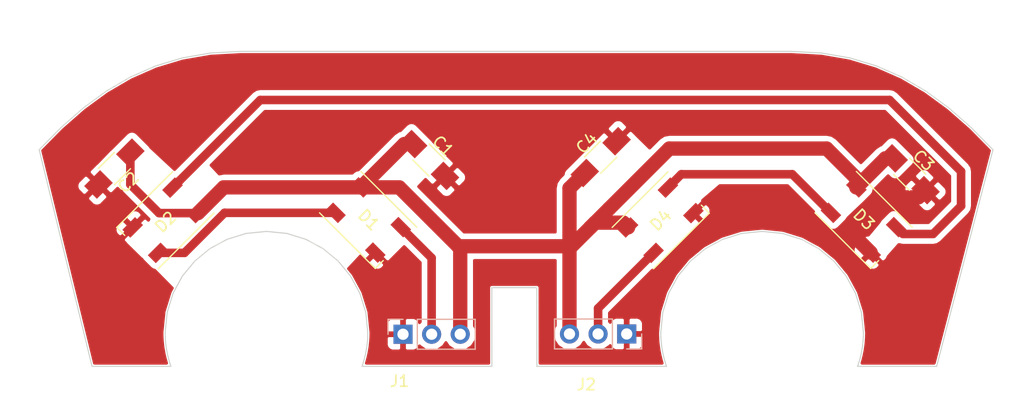
<source format=kicad_pcb>
(kicad_pcb (version 4) (host pcbnew 4.0.7)

  (general
    (links 23)
    (no_connects 0)
    (area 34.544 23.368 125.476001 60.198001)
    (thickness 1.6)
    (drawings 91)
    (tracks 51)
    (zones 0)
    (modules 10)
    (nets 8)
  )

  (page A4)
  (layers
    (0 F.Cu signal)
    (31 B.Cu signal hide)
    (32 B.Adhes user hide)
    (33 F.Adhes user hide)
    (34 B.Paste user hide)
    (35 F.Paste user hide)
    (36 B.SilkS user hide)
    (37 F.SilkS user hide)
    (38 B.Mask user hide)
    (39 F.Mask user hide)
    (40 Dwgs.User user hide)
    (41 Cmts.User user hide)
    (42 Eco1.User user hide)
    (43 Eco2.User user hide)
    (44 Edge.Cuts user)
    (45 Margin user)
    (46 B.CrtYd user hide)
    (47 F.CrtYd user hide)
    (48 B.Fab user hide)
    (49 F.Fab user hide)
  )

  (setup
    (last_trace_width 0.25)
    (user_trace_width 0.254)
    (user_trace_width 0.508)
    (user_trace_width 0.762)
    (user_trace_width 1.27)
    (user_trace_width 2.032)
    (user_trace_width 2.54)
    (user_trace_width 3.81)
    (user_trace_width 5.08)
    (trace_clearance 0.5)
    (zone_clearance 0.1)
    (zone_45_only no)
    (trace_min 0.25)
    (segment_width 0.2)
    (edge_width 0.15)
    (via_size 0.6)
    (via_drill 0.4)
    (via_min_size 0.4)
    (via_min_drill 0.3)
    (uvia_size 0.3)
    (uvia_drill 0.1)
    (uvias_allowed no)
    (uvia_min_size 0.2)
    (uvia_min_drill 0.1)
    (pcb_text_width 0.3)
    (pcb_text_size 1.5 1.5)
    (mod_edge_width 0.15)
    (mod_text_size 1 1)
    (mod_text_width 0.15)
    (pad_size 1.524 1.524)
    (pad_drill 0.762)
    (pad_to_mask_clearance 0.2)
    (aux_axis_origin 0 0)
    (visible_elements 7FFFFFFF)
    (pcbplotparams
      (layerselection 0x00000_00000001)
      (usegerberextensions false)
      (excludeedgelayer false)
      (linewidth 0.100000)
      (plotframeref false)
      (viasonmask false)
      (mode 1)
      (useauxorigin false)
      (hpglpennumber 1)
      (hpglpenspeed 20)
      (hpglpendiameter 15)
      (hpglpenoverlay 2)
      (psnegative false)
      (psa4output false)
      (plotreference false)
      (plotvalue false)
      (plotinvisibletext false)
      (padsonsilk false)
      (subtractmaskfromsilk false)
      (outputformat 5)
      (mirror false)
      (drillshape 1)
      (scaleselection 1)
      (outputdirectory ./))
  )

  (net 0 "")
  (net 1 VDD)
  (net 2 GND)
  (net 3 "Net-(D1-Pad4)")
  (net 4 "Net-(D1-Pad2)")
  (net 5 "Net-(D2-Pad2)")
  (net 6 "Net-(D3-Pad2)")
  (net 7 "Net-(D4-Pad2)")

  (net_class Default "This is the default net class."
    (clearance 0.5)
    (trace_width 0.25)
    (via_dia 0.6)
    (via_drill 0.4)
    (uvia_dia 0.3)
    (uvia_drill 0.1)
    (add_net GND)
    (add_net "Net-(D1-Pad2)")
    (add_net "Net-(D1-Pad4)")
    (add_net "Net-(D2-Pad2)")
    (add_net "Net-(D3-Pad2)")
    (add_net "Net-(D4-Pad2)")
    (add_net VDD)
  )

  (module LEDs:LED_WS2812B-PLCC4 (layer F.Cu) (tedit 587A6D9E) (tstamp 5B1D3ED2)
    (at 93.218 42.9514 45)
    (descr http://www.world-semi.com/uploads/soft/150522/1-150522091P5.pdf)
    (tags "LED NeoPixel")
    (path /5B1C1601)
    (attr smd)
    (fp_text reference D4 (at 0 0 45) (layer F.SilkS)
      (effects (font (size 1 1) (thickness 0.15)))
    )
    (fp_text value WS2812B (at -0.664539 6.268219 45) (layer F.Fab)
      (effects (font (size 1 1) (thickness 0.15)))
    )
    (fp_line (start 3.75 -2.85) (end -3.75 -2.85) (layer F.CrtYd) (width 0.05))
    (fp_line (start 3.75 2.85) (end 3.75 -2.85) (layer F.CrtYd) (width 0.05))
    (fp_line (start -3.75 2.85) (end 3.75 2.85) (layer F.CrtYd) (width 0.05))
    (fp_line (start -3.75 -2.85) (end -3.75 2.85) (layer F.CrtYd) (width 0.05))
    (fp_line (start 2.5 1.5) (end 1.5 2.5) (layer F.Fab) (width 0.1))
    (fp_line (start -2.5 -2.5) (end -2.5 2.5) (layer F.Fab) (width 0.1))
    (fp_line (start -2.5 2.5) (end 2.5 2.5) (layer F.Fab) (width 0.1))
    (fp_line (start 2.5 2.5) (end 2.5 -2.5) (layer F.Fab) (width 0.1))
    (fp_line (start 2.5 -2.5) (end -2.5 -2.5) (layer F.Fab) (width 0.1))
    (fp_line (start -3.5 -2.6) (end 3.5 -2.6) (layer F.SilkS) (width 0.12))
    (fp_line (start -3.5 2.6) (end 3.5 2.6) (layer F.SilkS) (width 0.12))
    (fp_line (start 3.5 2.6) (end 3.5 1.6) (layer F.SilkS) (width 0.12))
    (fp_circle (center 0 0) (end 0 -2) (layer F.Fab) (width 0.1))
    (pad 3 smd rect (at 2.5 1.6 45) (size 1.6 1) (layers F.Cu F.Paste F.Mask)
      (net 2 GND))
    (pad 4 smd rect (at 2.5 -1.6 45) (size 1.6 1) (layers F.Cu F.Paste F.Mask)
      (net 6 "Net-(D3-Pad2)"))
    (pad 2 smd rect (at -2.5 1.6 45) (size 1.6 1) (layers F.Cu F.Paste F.Mask)
      (net 7 "Net-(D4-Pad2)"))
    (pad 1 smd rect (at -2.5 -1.6 45) (size 1.6 1) (layers F.Cu F.Paste F.Mask)
      (net 1 VDD))
    (model ${KISYS3DMOD}/LEDs.3dshapes/LED_WS2812B-PLCC4.wrl
      (at (xyz 0 0 0))
      (scale (xyz 0.39 0.39 0.39))
      (rotate (xyz 0 0 180))
    )
  )

  (module Capacitors_SMD:C_1206_HandSoldering (layer F.Cu) (tedit 58AA84D1) (tstamp 5B1D3EA0)
    (at 72.644 37.592 315)
    (descr "Capacitor SMD 1206, hand soldering")
    (tags "capacitor 1206")
    (path /5B1C1C20)
    (attr smd)
    (fp_text reference C1 (at 0 -1.75 315) (layer F.SilkS)
      (effects (font (size 1 1) (thickness 0.15)))
    )
    (fp_text value 0.1 (at 0 2 315) (layer F.Fab)
      (effects (font (size 1 1) (thickness 0.15)))
    )
    (fp_text user %R (at 0 -1.75 315) (layer F.Fab)
      (effects (font (size 1 1) (thickness 0.15)))
    )
    (fp_line (start -1.6 0.8) (end -1.6 -0.8) (layer F.Fab) (width 0.1))
    (fp_line (start 1.6 0.8) (end -1.6 0.8) (layer F.Fab) (width 0.1))
    (fp_line (start 1.6 -0.8) (end 1.6 0.8) (layer F.Fab) (width 0.1))
    (fp_line (start -1.6 -0.8) (end 1.6 -0.8) (layer F.Fab) (width 0.1))
    (fp_line (start 1 -1.02) (end -1 -1.02) (layer F.SilkS) (width 0.12))
    (fp_line (start -1 1.02) (end 1 1.02) (layer F.SilkS) (width 0.12))
    (fp_line (start -3.25 -1.05) (end 3.25 -1.05) (layer F.CrtYd) (width 0.05))
    (fp_line (start -3.25 -1.05) (end -3.25 1.05) (layer F.CrtYd) (width 0.05))
    (fp_line (start 3.25 1.05) (end 3.25 -1.05) (layer F.CrtYd) (width 0.05))
    (fp_line (start 3.25 1.05) (end -3.25 1.05) (layer F.CrtYd) (width 0.05))
    (pad 1 smd rect (at -2 0 315) (size 2 1.6) (layers F.Cu F.Paste F.Mask)
      (net 1 VDD))
    (pad 2 smd rect (at 2 0 315) (size 2 1.6) (layers F.Cu F.Paste F.Mask)
      (net 2 GND))
    (model Capacitors_SMD.3dshapes/C_1206.wrl
      (at (xyz 0 0 0))
      (scale (xyz 1 1 1))
      (rotate (xyz 0 0 0))
    )
  )

  (module Capacitors_SMD:C_1206_HandSoldering (layer F.Cu) (tedit 58AA84D1) (tstamp 5B1D3EA6)
    (at 44.704 38.354 225)
    (descr "Capacitor SMD 1206, hand soldering")
    (tags "capacitor 1206")
    (path /5B1D1501)
    (attr smd)
    (fp_text reference C2 (at 0 -1.75 225) (layer F.SilkS)
      (effects (font (size 1 1) (thickness 0.15)))
    )
    (fp_text value 0.1 (at 0 2 225) (layer F.Fab)
      (effects (font (size 1 1) (thickness 0.15)))
    )
    (fp_text user %R (at 0 -1.75 225) (layer F.Fab)
      (effects (font (size 1 1) (thickness 0.15)))
    )
    (fp_line (start -1.6 0.8) (end -1.6 -0.8) (layer F.Fab) (width 0.1))
    (fp_line (start 1.6 0.8) (end -1.6 0.8) (layer F.Fab) (width 0.1))
    (fp_line (start 1.6 -0.8) (end 1.6 0.8) (layer F.Fab) (width 0.1))
    (fp_line (start -1.6 -0.8) (end 1.6 -0.8) (layer F.Fab) (width 0.1))
    (fp_line (start 1 -1.02) (end -1 -1.02) (layer F.SilkS) (width 0.12))
    (fp_line (start -1 1.02) (end 1 1.02) (layer F.SilkS) (width 0.12))
    (fp_line (start -3.25 -1.05) (end 3.25 -1.05) (layer F.CrtYd) (width 0.05))
    (fp_line (start -3.25 -1.05) (end -3.25 1.05) (layer F.CrtYd) (width 0.05))
    (fp_line (start 3.25 1.05) (end 3.25 -1.05) (layer F.CrtYd) (width 0.05))
    (fp_line (start 3.25 1.05) (end -3.25 1.05) (layer F.CrtYd) (width 0.05))
    (pad 1 smd rect (at -2 0 225) (size 2 1.6) (layers F.Cu F.Paste F.Mask)
      (net 1 VDD))
    (pad 2 smd rect (at 2 0 225) (size 2 1.6) (layers F.Cu F.Paste F.Mask)
      (net 2 GND))
    (model Capacitors_SMD.3dshapes/C_1206.wrl
      (at (xyz 0 0 0))
      (scale (xyz 1 1 1))
      (rotate (xyz 0 0 0))
    )
  )

  (module Capacitors_SMD:C_1206_HandSoldering (layer F.Cu) (tedit 58AA84D1) (tstamp 5B1D3EAC)
    (at 115.316 38.862 315)
    (descr "Capacitor SMD 1206, hand soldering")
    (tags "capacitor 1206")
    (path /5B1D1564)
    (attr smd)
    (fp_text reference C3 (at 0 -1.75 315) (layer F.SilkS)
      (effects (font (size 1 1) (thickness 0.15)))
    )
    (fp_text value 0.1 (at 0 2 315) (layer F.Fab)
      (effects (font (size 1 1) (thickness 0.15)))
    )
    (fp_text user %R (at 0 -1.75 315) (layer F.Fab)
      (effects (font (size 1 1) (thickness 0.15)))
    )
    (fp_line (start -1.6 0.8) (end -1.6 -0.8) (layer F.Fab) (width 0.1))
    (fp_line (start 1.6 0.8) (end -1.6 0.8) (layer F.Fab) (width 0.1))
    (fp_line (start 1.6 -0.8) (end 1.6 0.8) (layer F.Fab) (width 0.1))
    (fp_line (start -1.6 -0.8) (end 1.6 -0.8) (layer F.Fab) (width 0.1))
    (fp_line (start 1 -1.02) (end -1 -1.02) (layer F.SilkS) (width 0.12))
    (fp_line (start -1 1.02) (end 1 1.02) (layer F.SilkS) (width 0.12))
    (fp_line (start -3.25 -1.05) (end 3.25 -1.05) (layer F.CrtYd) (width 0.05))
    (fp_line (start -3.25 -1.05) (end -3.25 1.05) (layer F.CrtYd) (width 0.05))
    (fp_line (start 3.25 1.05) (end 3.25 -1.05) (layer F.CrtYd) (width 0.05))
    (fp_line (start 3.25 1.05) (end -3.25 1.05) (layer F.CrtYd) (width 0.05))
    (pad 1 smd rect (at -2 0 315) (size 2 1.6) (layers F.Cu F.Paste F.Mask)
      (net 1 VDD))
    (pad 2 smd rect (at 2 0 315) (size 2 1.6) (layers F.Cu F.Paste F.Mask)
      (net 2 GND))
    (model Capacitors_SMD.3dshapes/C_1206.wrl
      (at (xyz 0 0 0))
      (scale (xyz 1 1 1))
      (rotate (xyz 0 0 0))
    )
  )

  (module Capacitors_SMD:C_1206_HandSoldering (layer F.Cu) (tedit 58AA84D1) (tstamp 5B1D3EB2)
    (at 87.884 37.338 45)
    (descr "Capacitor SMD 1206, hand soldering")
    (tags "capacitor 1206")
    (path /5B1D15B3)
    (attr smd)
    (fp_text reference C4 (at 0 -1.75 45) (layer F.SilkS)
      (effects (font (size 1 1) (thickness 0.15)))
    )
    (fp_text value 0.1 (at 0 2 45) (layer F.Fab)
      (effects (font (size 1 1) (thickness 0.15)))
    )
    (fp_text user %R (at 0 -1.75 45) (layer F.Fab)
      (effects (font (size 1 1) (thickness 0.15)))
    )
    (fp_line (start -1.6 0.8) (end -1.6 -0.8) (layer F.Fab) (width 0.1))
    (fp_line (start 1.6 0.8) (end -1.6 0.8) (layer F.Fab) (width 0.1))
    (fp_line (start 1.6 -0.8) (end 1.6 0.8) (layer F.Fab) (width 0.1))
    (fp_line (start -1.6 -0.8) (end 1.6 -0.8) (layer F.Fab) (width 0.1))
    (fp_line (start 1 -1.02) (end -1 -1.02) (layer F.SilkS) (width 0.12))
    (fp_line (start -1 1.02) (end 1 1.02) (layer F.SilkS) (width 0.12))
    (fp_line (start -3.25 -1.05) (end 3.25 -1.05) (layer F.CrtYd) (width 0.05))
    (fp_line (start -3.25 -1.05) (end -3.25 1.05) (layer F.CrtYd) (width 0.05))
    (fp_line (start 3.25 1.05) (end 3.25 -1.05) (layer F.CrtYd) (width 0.05))
    (fp_line (start 3.25 1.05) (end -3.25 1.05) (layer F.CrtYd) (width 0.05))
    (pad 1 smd rect (at -2 0 45) (size 2 1.6) (layers F.Cu F.Paste F.Mask)
      (net 1 VDD))
    (pad 2 smd rect (at 2 0 45) (size 2 1.6) (layers F.Cu F.Paste F.Mask)
      (net 2 GND))
    (model Capacitors_SMD.3dshapes/C_1206.wrl
      (at (xyz 0 0 0))
      (scale (xyz 1 1 1))
      (rotate (xyz 0 0 0))
    )
  )

  (module LEDs:LED_WS2812B-PLCC4 (layer F.Cu) (tedit 587A6D9E) (tstamp 5B1D3EBA)
    (at 67.2338 42.926 315)
    (descr http://www.world-semi.com/uploads/soft/150522/1-150522091P5.pdf)
    (tags "LED NeoPixel")
    (path /5B1C153C)
    (attr smd)
    (fp_text reference D1 (at 0.035921 -0.035921 315) (layer F.SilkS)
      (effects (font (size 1 1) (thickness 0.15)))
    )
    (fp_text value WS2812B (at 0.646578 6.250258 315) (layer F.Fab)
      (effects (font (size 1 1) (thickness 0.15)))
    )
    (fp_line (start 3.75 -2.85) (end -3.75 -2.85) (layer F.CrtYd) (width 0.05))
    (fp_line (start 3.75 2.85) (end 3.75 -2.85) (layer F.CrtYd) (width 0.05))
    (fp_line (start -3.75 2.85) (end 3.75 2.85) (layer F.CrtYd) (width 0.05))
    (fp_line (start -3.75 -2.85) (end -3.75 2.85) (layer F.CrtYd) (width 0.05))
    (fp_line (start 2.5 1.5) (end 1.5 2.5) (layer F.Fab) (width 0.1))
    (fp_line (start -2.5 -2.5) (end -2.5 2.5) (layer F.Fab) (width 0.1))
    (fp_line (start -2.5 2.5) (end 2.5 2.5) (layer F.Fab) (width 0.1))
    (fp_line (start 2.5 2.5) (end 2.5 -2.5) (layer F.Fab) (width 0.1))
    (fp_line (start 2.5 -2.5) (end -2.5 -2.5) (layer F.Fab) (width 0.1))
    (fp_line (start -3.5 -2.6) (end 3.5 -2.6) (layer F.SilkS) (width 0.12))
    (fp_line (start -3.5 2.6) (end 3.5 2.6) (layer F.SilkS) (width 0.12))
    (fp_line (start 3.5 2.6) (end 3.5 1.6) (layer F.SilkS) (width 0.12))
    (fp_circle (center 0 0) (end 0 -2) (layer F.Fab) (width 0.1))
    (pad 3 smd rect (at 2.5 1.6 315) (size 1.6 1) (layers F.Cu F.Paste F.Mask)
      (net 2 GND))
    (pad 4 smd rect (at 2.5 -1.6 315) (size 1.6 1) (layers F.Cu F.Paste F.Mask)
      (net 3 "Net-(D1-Pad4)"))
    (pad 2 smd rect (at -2.5 1.6 315) (size 1.6 1) (layers F.Cu F.Paste F.Mask)
      (net 4 "Net-(D1-Pad2)"))
    (pad 1 smd rect (at -2.5 -1.6 315) (size 1.6 1) (layers F.Cu F.Paste F.Mask)
      (net 1 VDD))
    (model ${KISYS3DMOD}/LEDs.3dshapes/LED_WS2812B-PLCC4.wrl
      (at (xyz 0 0 0))
      (scale (xyz 0.39 0.39 0.39))
      (rotate (xyz 0 0 180))
    )
  )

  (module LEDs:LED_WS2812B-PLCC4 (layer F.Cu) (tedit 587A6D9E) (tstamp 5B1D3EC2)
    (at 49.2252 42.9514 225)
    (descr http://www.world-semi.com/uploads/soft/150522/1-150522091P5.pdf)
    (tags "LED NeoPixel")
    (path /5B1C158A)
    (attr smd)
    (fp_text reference D2 (at 0.089803 -0.125724 225) (layer F.SilkS)
      (effects (font (size 1 1) (thickness 0.15)))
    )
    (fp_text value WS2812B (at 0.682499 -6.358021 225) (layer F.Fab)
      (effects (font (size 1 1) (thickness 0.15)))
    )
    (fp_line (start 3.75 -2.85) (end -3.75 -2.85) (layer F.CrtYd) (width 0.05))
    (fp_line (start 3.75 2.85) (end 3.75 -2.85) (layer F.CrtYd) (width 0.05))
    (fp_line (start -3.75 2.85) (end 3.75 2.85) (layer F.CrtYd) (width 0.05))
    (fp_line (start -3.75 -2.85) (end -3.75 2.85) (layer F.CrtYd) (width 0.05))
    (fp_line (start 2.5 1.5) (end 1.5 2.5) (layer F.Fab) (width 0.1))
    (fp_line (start -2.5 -2.5) (end -2.5 2.5) (layer F.Fab) (width 0.1))
    (fp_line (start -2.5 2.5) (end 2.5 2.5) (layer F.Fab) (width 0.1))
    (fp_line (start 2.5 2.5) (end 2.5 -2.5) (layer F.Fab) (width 0.1))
    (fp_line (start 2.5 -2.5) (end -2.5 -2.5) (layer F.Fab) (width 0.1))
    (fp_line (start -3.5 -2.6) (end 3.5 -2.6) (layer F.SilkS) (width 0.12))
    (fp_line (start -3.5 2.6) (end 3.5 2.6) (layer F.SilkS) (width 0.12))
    (fp_line (start 3.5 2.6) (end 3.5 1.6) (layer F.SilkS) (width 0.12))
    (fp_circle (center 0 0) (end 0 -2) (layer F.Fab) (width 0.1))
    (pad 3 smd rect (at 2.5 1.6 225) (size 1.6 1) (layers F.Cu F.Paste F.Mask)
      (net 2 GND))
    (pad 4 smd rect (at 2.5 -1.6 225) (size 1.6 1) (layers F.Cu F.Paste F.Mask)
      (net 4 "Net-(D1-Pad2)"))
    (pad 2 smd rect (at -2.5 1.6 225) (size 1.6 1) (layers F.Cu F.Paste F.Mask)
      (net 5 "Net-(D2-Pad2)"))
    (pad 1 smd rect (at -2.5 -1.6 225) (size 1.6 1) (layers F.Cu F.Paste F.Mask)
      (net 1 VDD))
    (model ${KISYS3DMOD}/LEDs.3dshapes/LED_WS2812B-PLCC4.wrl
      (at (xyz 0 0 0))
      (scale (xyz 0.39 0.39 0.39))
      (rotate (xyz 0 0 180))
    )
  )

  (module LEDs:LED_WS2812B-PLCC4 (layer F.Cu) (tedit 587A6D9E) (tstamp 5B1D3ECA)
    (at 111.2266 42.926 315)
    (descr http://www.world-semi.com/uploads/soft/150522/1-150522091P5.pdf)
    (tags "LED NeoPixel")
    (path /5B1C15C2)
    (attr smd)
    (fp_text reference D3 (at -0.017961 -0.053882 315) (layer F.SilkS)
      (effects (font (size 1 1) (thickness 0.15)))
    )
    (fp_text value WS2812B (at 0.736381 6.591508 315) (layer F.Fab)
      (effects (font (size 1 1) (thickness 0.15)))
    )
    (fp_line (start 3.75 -2.85) (end -3.75 -2.85) (layer F.CrtYd) (width 0.05))
    (fp_line (start 3.75 2.85) (end 3.75 -2.85) (layer F.CrtYd) (width 0.05))
    (fp_line (start -3.75 2.85) (end 3.75 2.85) (layer F.CrtYd) (width 0.05))
    (fp_line (start -3.75 -2.85) (end -3.75 2.85) (layer F.CrtYd) (width 0.05))
    (fp_line (start 2.5 1.5) (end 1.5 2.5) (layer F.Fab) (width 0.1))
    (fp_line (start -2.5 -2.5) (end -2.5 2.5) (layer F.Fab) (width 0.1))
    (fp_line (start -2.5 2.5) (end 2.5 2.5) (layer F.Fab) (width 0.1))
    (fp_line (start 2.5 2.5) (end 2.5 -2.5) (layer F.Fab) (width 0.1))
    (fp_line (start 2.5 -2.5) (end -2.5 -2.5) (layer F.Fab) (width 0.1))
    (fp_line (start -3.5 -2.6) (end 3.5 -2.6) (layer F.SilkS) (width 0.12))
    (fp_line (start -3.5 2.6) (end 3.5 2.6) (layer F.SilkS) (width 0.12))
    (fp_line (start 3.5 2.6) (end 3.5 1.6) (layer F.SilkS) (width 0.12))
    (fp_circle (center 0 0) (end 0 -2) (layer F.Fab) (width 0.1))
    (pad 3 smd rect (at 2.5 1.6 315) (size 1.6 1) (layers F.Cu F.Paste F.Mask)
      (net 2 GND))
    (pad 4 smd rect (at 2.5 -1.6 315) (size 1.6 1) (layers F.Cu F.Paste F.Mask)
      (net 5 "Net-(D2-Pad2)"))
    (pad 2 smd rect (at -2.5 1.6 315) (size 1.6 1) (layers F.Cu F.Paste F.Mask)
      (net 6 "Net-(D3-Pad2)"))
    (pad 1 smd rect (at -2.5 -1.6 315) (size 1.6 1) (layers F.Cu F.Paste F.Mask)
      (net 1 VDD))
    (model ${KISYS3DMOD}/LEDs.3dshapes/LED_WS2812B-PLCC4.wrl
      (at (xyz 0 0 0))
      (scale (xyz 0.39 0.39 0.39))
      (rotate (xyz 0 0 180))
    )
  )

  (module Pin_Headers:Pin_Header_Straight_1x03_Pitch2.54mm (layer B.Cu) (tedit 59650532) (tstamp 5B1D3ED9)
    (at 70.3326 53.086 270)
    (descr "Through hole straight pin header, 1x03, 2.54mm pitch, single row")
    (tags "Through hole pin header THT 1x03 2.54mm single row")
    (path /5B1C2436)
    (fp_text reference J1 (at 4.1656 0.3048 540) (layer F.SilkS)
      (effects (font (size 1 1) (thickness 0.15)))
    )
    (fp_text value IN (at 4.1656 -1.7526 540) (layer F.Fab)
      (effects (font (size 1 1) (thickness 0.15)))
    )
    (fp_line (start -0.635 1.27) (end 1.27 1.27) (layer B.Fab) (width 0.1))
    (fp_line (start 1.27 1.27) (end 1.27 -6.35) (layer B.Fab) (width 0.1))
    (fp_line (start 1.27 -6.35) (end -1.27 -6.35) (layer B.Fab) (width 0.1))
    (fp_line (start -1.27 -6.35) (end -1.27 0.635) (layer B.Fab) (width 0.1))
    (fp_line (start -1.27 0.635) (end -0.635 1.27) (layer B.Fab) (width 0.1))
    (fp_line (start -1.33 -6.41) (end 1.33 -6.41) (layer B.SilkS) (width 0.12))
    (fp_line (start -1.33 -1.27) (end -1.33 -6.41) (layer B.SilkS) (width 0.12))
    (fp_line (start 1.33 -1.27) (end 1.33 -6.41) (layer B.SilkS) (width 0.12))
    (fp_line (start -1.33 -1.27) (end 1.33 -1.27) (layer B.SilkS) (width 0.12))
    (fp_line (start -1.33 0) (end -1.33 1.33) (layer B.SilkS) (width 0.12))
    (fp_line (start -1.33 1.33) (end 0 1.33) (layer B.SilkS) (width 0.12))
    (fp_line (start -1.8 1.8) (end -1.8 -6.85) (layer B.CrtYd) (width 0.05))
    (fp_line (start -1.8 -6.85) (end 1.8 -6.85) (layer B.CrtYd) (width 0.05))
    (fp_line (start 1.8 -6.85) (end 1.8 1.8) (layer B.CrtYd) (width 0.05))
    (fp_line (start 1.8 1.8) (end -1.8 1.8) (layer B.CrtYd) (width 0.05))
    (fp_text user %R (at 0 -2.54 540) (layer B.Fab)
      (effects (font (size 1 1) (thickness 0.15)) (justify mirror))
    )
    (pad 1 thru_hole rect (at 0 0 270) (size 1.7 1.7) (drill 1) (layers *.Cu *.Mask)
      (net 2 GND))
    (pad 2 thru_hole oval (at 0 -2.54 270) (size 1.7 1.7) (drill 1) (layers *.Cu *.Mask)
      (net 3 "Net-(D1-Pad4)"))
    (pad 3 thru_hole oval (at 0 -5.08 270) (size 1.7 1.7) (drill 1) (layers *.Cu *.Mask)
      (net 1 VDD))
    (model ${KISYS3DMOD}/Pin_Headers.3dshapes/Pin_Header_Straight_1x03_Pitch2.54mm.wrl
      (at (xyz 0 0 0))
      (scale (xyz 1 1 1))
      (rotate (xyz 0 0 0))
    )
  )

  (module Pin_Headers:Pin_Header_Straight_1x03_Pitch2.54mm (layer B.Cu) (tedit 59650532) (tstamp 5B1D3EE0)
    (at 90.1954 53.0606 90)
    (descr "Through hole straight pin header, 1x03, 2.54mm pitch, single row")
    (tags "Through hole pin header THT 1x03 2.54mm single row")
    (path /5B1C258B)
    (fp_text reference J2 (at -4.4958 -3.5814 180) (layer F.SilkS)
      (effects (font (size 1 1) (thickness 0.15)))
    )
    (fp_text value OUT (at -4.5466 -0.9398 180) (layer F.Fab)
      (effects (font (size 1 1) (thickness 0.15)))
    )
    (fp_line (start -0.635 1.27) (end 1.27 1.27) (layer B.Fab) (width 0.1))
    (fp_line (start 1.27 1.27) (end 1.27 -6.35) (layer B.Fab) (width 0.1))
    (fp_line (start 1.27 -6.35) (end -1.27 -6.35) (layer B.Fab) (width 0.1))
    (fp_line (start -1.27 -6.35) (end -1.27 0.635) (layer B.Fab) (width 0.1))
    (fp_line (start -1.27 0.635) (end -0.635 1.27) (layer B.Fab) (width 0.1))
    (fp_line (start -1.33 -6.41) (end 1.33 -6.41) (layer B.SilkS) (width 0.12))
    (fp_line (start -1.33 -1.27) (end -1.33 -6.41) (layer B.SilkS) (width 0.12))
    (fp_line (start 1.33 -1.27) (end 1.33 -6.41) (layer B.SilkS) (width 0.12))
    (fp_line (start -1.33 -1.27) (end 1.33 -1.27) (layer B.SilkS) (width 0.12))
    (fp_line (start -1.33 0) (end -1.33 1.33) (layer B.SilkS) (width 0.12))
    (fp_line (start -1.33 1.33) (end 0 1.33) (layer B.SilkS) (width 0.12))
    (fp_line (start -1.8 1.8) (end -1.8 -6.85) (layer B.CrtYd) (width 0.05))
    (fp_line (start -1.8 -6.85) (end 1.8 -6.85) (layer B.CrtYd) (width 0.05))
    (fp_line (start 1.8 -6.85) (end 1.8 1.8) (layer B.CrtYd) (width 0.05))
    (fp_line (start 1.8 1.8) (end -1.8 1.8) (layer B.CrtYd) (width 0.05))
    (fp_text user %R (at 0 -2.54 360) (layer B.Fab)
      (effects (font (size 1 1) (thickness 0.15)) (justify mirror))
    )
    (pad 1 thru_hole rect (at 0 0 90) (size 1.7 1.7) (drill 1) (layers *.Cu *.Mask)
      (net 2 GND))
    (pad 2 thru_hole oval (at 0 -2.54 90) (size 1.7 1.7) (drill 1) (layers *.Cu *.Mask)
      (net 7 "Net-(D4-Pad2)"))
    (pad 3 thru_hole oval (at 0 -5.08 90) (size 1.7 1.7) (drill 1) (layers *.Cu *.Mask)
      (net 1 VDD))
    (model ${KISYS3DMOD}/Pin_Headers.3dshapes/Pin_Header_Straight_1x03_Pitch2.54mm.wrl
      (at (xyz 0 0 0))
      (scale (xyz 1 1 1))
      (rotate (xyz 0 0 0))
    )
  )

  (gr_line (start 61.7098 44.6485) (end 63.2386 45.4782) (layer Edge.Cuts) (width 0.1))
  (gr_line (start 56.3928 44.124) (end 58.2066 43.9412) (layer Edge.Cuts) (width 0.1))
  (gr_line (start 111.2094 53.3311) (end 111.1843 53.7192) (layer Edge.Cuts) (width 0.1))
  (gr_line (start 107.2498 45.4757) (end 108.5818 46.5747) (layer Edge.Cuts) (width 0.1))
  (gr_line (start 105.721 44.646) (end 107.2498 45.4757) (layer Edge.Cuts) (width 0.1))
  (gr_line (start 110.8223 55.5833) (end 110.7051 55.9385) (layer Edge.Cuts) (width 0.1))
  (gr_line (start 110.5105 49.4355) (end 111.035 51.1249) (layer Edge.Cuts) (width 0.1))
  (gr_line (start 110.9251 55.2218) (end 110.8223 55.5833) (layer Edge.Cuts) (width 0.1))
  (gr_line (start 111.013 54.8543) (end 110.9251 55.2218) (layer Edge.Cuts) (width 0.1))
  (gr_line (start 111.0858 54.4812) (end 111.013 54.8543) (layer Edge.Cuts) (width 0.1))
  (gr_line (start 111.1843 53.7192) (end 111.143 54.1027) (layer Edge.Cuts) (width 0.1))
  (gr_line (start 109.6808 47.9067) (end 110.5105 49.4355) (layer Edge.Cuts) (width 0.1))
  (gr_line (start 111.2178 52.9387) (end 111.2094 53.3311) (layer Edge.Cuts) (width 0.1))
  (gr_line (start 111.143 54.1027) (end 111.0858 54.4812) (layer Edge.Cuts) (width 0.1))
  (gr_line (start 111.035 51.1249) (end 111.2178 52.9387) (layer Edge.Cuts) (width 0.1))
  (gr_line (start 108.5818 46.5747) (end 109.6808 47.9067) (layer Edge.Cuts) (width 0.1))
  (gr_line (start 104.0316 44.1215) (end 105.721 44.646) (layer Edge.Cuts) (width 0.1))
  (gr_line (start 107.509 28.0852) (end 104.8314 27.9387) (layer Edge.Cuts) (width 0.1))
  (gr_line (start 117.7178 55.9387) (end 122.7178 36.6786) (layer Edge.Cuts) (width 0.1))
  (gr_line (start 116.7382 31.4587) (end 114.6093 30.2141) (layer Edge.Cuts) (width 0.1))
  (gr_line (start 48.3676 29.2313) (end 46.1343 30.2141) (layer Edge.Cuts) (width 0.1))
  (gr_line (start 50.727 28.5189) (end 48.3676 29.2313) (layer Edge.Cuts) (width 0.1))
  (gr_line (start 53.2346 28.0852) (end 50.727 28.5189) (layer Edge.Cuts) (width 0.1))
  (gr_line (start 114.6093 30.2141) (end 112.376 29.2313) (layer Edge.Cuts) (width 0.1))
  (gr_line (start 55.9122 27.9387) (end 53.2346 28.0852) (layer Edge.Cuts) (width 0.1))
  (gr_line (start 110.0166 28.5189) (end 107.509 28.0852) (layer Edge.Cuts) (width 0.1))
  (gr_line (start 118.7847 32.9566) (end 116.7382 31.4587) (layer Edge.Cuts) (width 0.1))
  (gr_line (start 120.7706 34.6994) (end 118.7847 32.9566) (layer Edge.Cuts) (width 0.1))
  (gr_line (start 110.7051 55.9385) (end 117.7178 55.9387) (layer Edge.Cuts) (width 0.1))
  (gr_line (start 104.8314 27.9387) (end 55.9122 27.9387) (layer Edge.Cuts) (width 0.1))
  (gr_line (start 122.7178 36.6786) (end 120.7706 34.6994) (layer Edge.Cuts) (width 0.1))
  (gr_line (start 112.376 29.2313) (end 110.0166 28.5189) (layer Edge.Cuts) (width 0.1))
  (gr_line (start 49.9139 49.438) (end 50.7436 47.9092) (layer Edge.Cuts) (width 0.1))
  (gr_line (start 63.2386 45.4782) (end 64.5706 46.5772) (layer Edge.Cuts) (width 0.1))
  (gr_line (start 58.2066 43.9412) (end 60.0204 44.124) (layer Edge.Cuts) (width 0.1))
  (gr_line (start 49.3894 51.1274) (end 49.9139 49.438) (layer Edge.Cuts) (width 0.1))
  (gr_line (start 53.1746 45.4782) (end 54.7034 44.6485) (layer Edge.Cuts) (width 0.1))
  (gr_line (start 51.8426 46.5772) (end 53.1746 45.4782) (layer Edge.Cuts) (width 0.1))
  (gr_line (start 50.7436 47.9092) (end 51.8426 46.5772) (layer Edge.Cuts) (width 0.1))
  (gr_line (start 67.0238 51.1274) (end 67.2066 52.9412) (layer Edge.Cuts) (width 0.1))
  (gr_line (start 65.6696 47.9092) (end 66.4993 49.438) (layer Edge.Cuts) (width 0.1))
  (gr_line (start 66.4993 49.438) (end 67.0238 51.1274) (layer Edge.Cuts) (width 0.1))
  (gr_line (start 64.5706 46.5772) (end 65.6696 47.9092) (layer Edge.Cuts) (width 0.1))
  (gr_line (start 54.7034 44.6485) (end 56.3928 44.124) (layer Edge.Cuts) (width 0.1))
  (gr_line (start 60.0204 44.124) (end 61.7098 44.6485) (layer Edge.Cuts) (width 0.1))
  (gr_line (start 93.5105 55.2217) (end 93.4225 54.8542) (layer Edge.Cuts) (width 0.1))
  (gr_line (start 102.2178 43.9387) (end 104.0316 44.1215) (layer Edge.Cuts) (width 0.1))
  (gr_line (start 93.2513 53.7192) (end 93.2262 53.3311) (layer Edge.Cuts) (width 0.1))
  (gr_line (start 100.404 44.1215) (end 102.2178 43.9387) (layer Edge.Cuts) (width 0.1))
  (gr_line (start 98.7146 44.646) (end 100.404 44.1215) (layer Edge.Cuts) (width 0.1))
  (gr_line (start 93.4225 54.8542) (end 93.3498 54.4811) (layer Edge.Cuts) (width 0.1))
  (gr_line (start 94.7548 47.9067) (end 95.8538 46.5747) (layer Edge.Cuts) (width 0.1))
  (gr_line (start 97.1858 45.4757) (end 98.7146 44.646) (layer Edge.Cuts) (width 0.1))
  (gr_line (start 95.8538 46.5747) (end 97.1858 45.4757) (layer Edge.Cuts) (width 0.1))
  (gr_line (start 93.2926 54.1026) (end 93.2513 53.7192) (layer Edge.Cuts) (width 0.1))
  (gr_line (start 93.9251 49.4355) (end 94.7548 47.9067) (layer Edge.Cuts) (width 0.1))
  (gr_line (start 93.4006 51.1249) (end 93.9251 49.4355) (layer Edge.Cuts) (width 0.1))
  (gr_line (start 93.2178 52.9387) (end 93.4006 51.1249) (layer Edge.Cuts) (width 0.1))
  (gr_line (start 93.2262 53.3311) (end 93.2178 52.9387) (layer Edge.Cuts) (width 0.1))
  (gr_line (start 93.3498 54.4811) (end 93.2926 54.1026) (layer Edge.Cuts) (width 0.1))
  (gr_line (start 44.0054 31.4587) (end 41.9589 32.9566) (layer Edge.Cuts) (width 0.1))
  (gr_line (start 39.973 34.6994) (end 38.0258 36.6786) (layer Edge.Cuts) (width 0.1))
  (gr_line (start 41.9589 32.9566) (end 39.973 34.6994) (layer Edge.Cuts) (width 0.1))
  (gr_line (start 42.7178 55.9387) (end 49.7185 55.9387) (layer Edge.Cuts) (width 0.1))
  (gr_line (start 49.2066 52.9412) (end 49.3894 51.1274) (layer Edge.Cuts) (width 0.1))
  (gr_line (start 49.215 53.3333) (end 49.2066 52.9412) (layer Edge.Cuts) (width 0.1))
  (gr_line (start 49.4988 55.2226) (end 49.411 54.8553) (layer Edge.Cuts) (width 0.1))
  (gr_line (start 49.24 53.7211) (end 49.215 53.3333) (layer Edge.Cuts) (width 0.1))
  (gr_line (start 49.2813 54.1043) (end 49.24 53.7211) (layer Edge.Cuts) (width 0.1))
  (gr_line (start 49.3384 54.4825) (end 49.2813 54.1043) (layer Edge.Cuts) (width 0.1))
  (gr_line (start 49.411 54.8553) (end 49.3384 54.4825) (layer Edge.Cuts) (width 0.1))
  (gr_line (start 49.6014 55.5838) (end 49.4988 55.2226) (layer Edge.Cuts) (width 0.1))
  (gr_line (start 49.7185 55.9387) (end 49.6014 55.5838) (layer Edge.Cuts) (width 0.1))
  (gr_line (start 38.0258 36.6786) (end 42.7178 55.9387) (layer Edge.Cuts) (width 0.1))
  (gr_line (start 46.1343 30.2141) (end 44.0054 31.4587) (layer Edge.Cuts) (width 0.1))
  (gr_line (start 67.1982 53.3333) (end 67.1732 53.7211) (layer Edge.Cuts) (width 0.1))
  (gr_line (start 66.8118 55.5837) (end 66.6947 55.9386) (layer Edge.Cuts) (width 0.1))
  (gr_line (start 67.0748 54.4824) (end 67.0022 54.8553) (layer Edge.Cuts) (width 0.1))
  (gr_line (start 67.0022 54.8553) (end 66.9144 55.2225) (layer Edge.Cuts) (width 0.1))
  (gr_line (start 93.6132 55.5832) (end 93.5105 55.2217) (layer Edge.Cuts) (width 0.1))
  (gr_line (start 93.7305 55.9383) (end 93.6132 55.5832) (layer Edge.Cuts) (width 0.1))
  (gr_line (start 78.2178 48.9387) (end 82.2178 48.9387) (layer Edge.Cuts) (width 0.1))
  (gr_line (start 78.2208 55.9385) (end 78.2178 48.9387) (layer Edge.Cuts) (width 0.1))
  (gr_line (start 67.1319 54.1043) (end 67.0748 54.4824) (layer Edge.Cuts) (width 0.1))
  (gr_line (start 67.2066 52.9412) (end 67.1982 53.3333) (layer Edge.Cuts) (width 0.1))
  (gr_line (start 82.2227 55.9385) (end 93.7305 55.9383) (layer Edge.Cuts) (width 0.1))
  (gr_line (start 82.2178 48.9387) (end 82.2227 55.9385) (layer Edge.Cuts) (width 0.1))
  (gr_line (start 66.6947 55.9386) (end 78.2208 55.9385) (layer Edge.Cuts) (width 0.1))
  (gr_line (start 66.9144 55.2225) (end 66.8118 55.5837) (layer Edge.Cuts) (width 0.1))
  (gr_line (start 67.1732 53.7211) (end 67.1319 54.1043) (layer Edge.Cuts) (width 0.1))
  (gr_line (start 110.7051 55.9385) (end 110.7051 55.9385) (layer Edge.Cuts) (width 0.1))

  (segment (start 75.2348 45.2628) (end 84.9376 45.2628) (width 1.27) (layer F.Cu) (net 1))
  (segment (start 84.9376 45.2628) (end 85.1154 45.4406) (width 1.27) (layer F.Cu) (net 1) (tstamp 5B1D4EE7))
  (segment (start 86.469786 38.752214) (end 85.1154 40.1066) (width 1.27) (layer F.Cu) (net 1))
  (segment (start 85.1154 40.1066) (end 85.1154 45.4406) (width 1.27) (layer F.Cu) (net 1))
  (segment (start 93.98 36.576) (end 88.646 41.91) (width 1.27) (layer F.Cu) (net 1))
  (segment (start 88.646 41.91) (end 86.968204 43.587796) (width 1.27) (layer F.Cu) (net 1))
  (segment (start 90.318862 43.587796) (end 89.894599 43.163533) (width 1.27) (layer F.Cu) (net 1))
  (segment (start 89.894599 43.163533) (end 87.392467 43.163533) (width 1.27) (layer F.Cu) (net 1))
  (segment (start 87.392467 43.163533) (end 86.968204 43.587796) (width 1.27) (layer F.Cu) (net 1))
  (segment (start 107.946449 36.576) (end 93.98 36.576) (width 1.27) (layer F.Cu) (net 1))
  (segment (start 110.590204 40.026862) (end 110.590204 39.219755) (width 1.27) (layer F.Cu) (net 1))
  (segment (start 110.590204 39.219755) (end 107.946449 36.576) (width 1.27) (layer F.Cu) (net 1))
  (segment (start 113.901786 37.447786) (end 113.16928 37.447786) (width 1.27) (layer F.Cu) (net 1))
  (segment (start 113.16928 37.447786) (end 110.590204 40.026862) (width 1.27) (layer F.Cu) (net 1))
  (segment (start 86.968204 43.587796) (end 85.1154 45.4406) (width 1.27) (layer F.Cu) (net 1))
  (segment (start 85.1154 45.4406) (end 85.1154 53.0606) (width 1.27) (layer F.Cu) (net 1))
  (segment (start 71.229786 36.177786) (end 70.44648 36.177786) (width 1.27) (layer F.Cu) (net 1))
  (segment (start 70.44648 36.177786) (end 66.597404 40.026862) (width 1.27) (layer F.Cu) (net 1))
  (segment (start 48.665004 42.315004) (end 46.118214 39.768214) (width 0.762) (layer F.Cu) (net 1))
  (segment (start 46.118214 39.768214) (end 46.118214 36.939786) (width 0.762) (layer F.Cu) (net 1))
  (segment (start 52.124338 42.315004) (end 48.665004 42.315004) (width 0.762) (layer F.Cu) (net 1))
  (segment (start 52.124338 42.315004) (end 54.41248 40.026862) (width 1.27) (layer F.Cu) (net 1))
  (segment (start 54.41248 40.026862) (end 66.597404 40.026862) (width 1.27) (layer F.Cu) (net 1))
  (segment (start 75.4126 45.4406) (end 75.2348 45.2628) (width 1.27) (layer F.Cu) (net 1))
  (segment (start 75.2348 45.2628) (end 69.998862 40.026862) (width 1.27) (layer F.Cu) (net 1) (tstamp 5B1D4EE5))
  (segment (start 69.998862 40.026862) (end 66.597404 40.026862) (width 1.27) (layer F.Cu) (net 1))
  (segment (start 75.4126 53.086) (end 75.4126 45.4406) (width 1.27) (layer F.Cu) (net 1))
  (segment (start 116.730214 40.276214) (end 116.093819 40.912609) (width 1.27) (layer F.Cu) (net 2))
  (segment (start 110.6932 44.655342) (end 111.862996 45.825138) (width 1.27) (layer F.Cu) (net 2))
  (segment (start 116.093819 40.912609) (end 113.163791 40.912609) (width 1.27) (layer F.Cu) (net 2))
  (segment (start 113.163791 40.912609) (end 110.6932 43.3832) (width 1.27) (layer F.Cu) (net 2))
  (segment (start 110.6932 43.3832) (end 110.6932 44.655342) (width 1.27) (layer F.Cu) (net 2))
  (segment (start 70.132938 43.562396) (end 72.8726 46.302058) (width 0.762) (layer F.Cu) (net 3))
  (segment (start 72.8726 46.302058) (end 72.8726 53.086) (width 0.762) (layer F.Cu) (net 3))
  (segment (start 64.334662 42.289604) (end 54.484396 42.289604) (width 0.762) (layer F.Cu) (net 4))
  (segment (start 54.484396 42.289604) (end 50.923462 45.850538) (width 0.762) (layer F.Cu) (net 4))
  (segment (start 50.923462 45.850538) (end 48.588804 45.850538) (width 0.762) (layer F.Cu) (net 4))
  (segment (start 49.861596 40.052262) (end 50.497991 39.415867) (width 0.762) (layer F.Cu) (net 5))
  (segment (start 114.733942 44.1706) (end 114.125738 43.562396) (width 0.762) (layer F.Cu) (net 5))
  (segment (start 50.497991 39.415867) (end 50.500133 39.415867) (width 0.762) (layer F.Cu) (net 5))
  (segment (start 50.500133 39.415867) (end 57.658 32.258) (width 0.762) (layer F.Cu) (net 5))
  (segment (start 117.3988 44.1706) (end 114.733942 44.1706) (width 0.762) (layer F.Cu) (net 5))
  (segment (start 57.658 32.258) (end 113.538 32.258) (width 0.762) (layer F.Cu) (net 5))
  (segment (start 113.538 32.258) (end 119.888 38.608) (width 0.762) (layer F.Cu) (net 5))
  (segment (start 119.888 38.608) (end 119.888 41.6814) (width 0.762) (layer F.Cu) (net 5))
  (segment (start 119.888 41.6814) (end 117.3988 44.1706) (width 0.762) (layer F.Cu) (net 5))
  (segment (start 104.899858 38.862) (end 95.044658 38.862) (width 0.762) (layer F.Cu) (net 6))
  (segment (start 95.044658 38.862) (end 93.854396 40.052262) (width 0.762) (layer F.Cu) (net 6))
  (segment (start 108.327462 42.289604) (end 104.899858 38.862) (width 0.762) (layer F.Cu) (net 6))
  (segment (start 92.581604 45.850538) (end 87.6554 50.776742) (width 0.762) (layer F.Cu) (net 7))
  (segment (start 87.6554 50.776742) (end 87.6554 53.0606) (width 0.762) (layer F.Cu) (net 7))

  (zone (net 2) (net_name GND) (layer F.Cu) (tstamp 0) (hatch edge 0.508)
    (connect_pads (clearance 0.1))
    (min_thickness 0.254)
    (fill yes (arc_segments 16) (thermal_gap 0.508) (thermal_bridge_width 0.508))
    (polygon
      (pts
        (xy 34.544 34.29) (xy 36.83 33.782) (xy 46.228 23.368) (xy 115.062 23.622) (xy 125.476 35.052)
        (xy 118.872 60.198) (xy 39.878 60.198) (xy 34.798 34.29)
      )
    )
    (filled_polygon
      (pts
        (xy 107.477719 28.360903) (xy 109.952726 28.788965) (xy 112.279826 29.491613) (xy 114.483195 30.46124) (xy 116.586101 31.690644)
        (xy 118.611202 33.172883) (xy 120.58026 34.900901) (xy 122.410238 36.760954) (xy 117.50353 55.661694) (xy 111.087484 55.661511)
        (xy 111.088736 55.659067) (xy 111.191537 55.297566) (xy 111.192017 55.291637) (xy 111.194501 55.286236) (xy 111.282401 54.918736)
        (xy 111.282628 54.912824) (xy 111.284873 54.907348) (xy 111.357673 54.534248) (xy 111.357651 54.528241) (xy 111.35969 54.522591)
        (xy 111.41689 54.144091) (xy 111.416612 54.138092) (xy 111.418408 54.132359) (xy 111.459708 53.74886) (xy 111.459174 53.742879)
        (xy 111.460723 53.737077) (xy 111.485823 53.348977) (xy 111.485025 53.342957) (xy 111.486337 53.337028) (xy 111.494737 52.944628)
        (xy 111.491774 52.927866) (xy 111.493404 52.910924) (xy 111.310604 51.097124) (xy 111.302455 51.070478) (xy 111.299544 51.042769)
        (xy 110.775044 49.353368) (xy 110.762036 49.329408) (xy 110.753957 49.303372) (xy 109.924257 47.774573) (xy 109.907143 47.753988)
        (xy 109.894462 47.730412) (xy 108.966124 46.605254) (xy 111.262486 46.605254) (xy 111.262486 46.82976) (xy 111.715429 47.282704)
        (xy 111.948818 47.379376) (xy 112.201437 47.379377) (xy 112.434826 47.282704) (xy 112.613455 47.104076) (xy 112.675638 47.041892)
        (xy 112.675638 46.817386) (xy 111.862996 46.004743) (xy 111.262486 46.605254) (xy 108.966124 46.605254) (xy 108.795463 46.398412)
        (xy 108.774886 46.381614) (xy 108.758088 46.361037) (xy 107.698379 45.486697) (xy 110.308757 45.486697) (xy 110.308758 45.739316)
        (xy 110.40543 45.972705) (xy 110.858374 46.425648) (xy 111.08288 46.425648) (xy 111.683391 45.825138) (xy 110.870748 45.012496)
        (xy 110.646242 45.012496) (xy 110.584058 45.074679) (xy 110.40543 45.253308) (xy 110.308757 45.486697) (xy 107.698379 45.486697)
        (xy 107.426088 45.262037) (xy 107.402509 45.249354) (xy 107.381927 45.232243) (xy 105.853127 44.402543) (xy 105.827093 44.394465)
        (xy 105.803132 44.381456) (xy 104.113732 43.856956) (xy 104.086021 43.854045) (xy 104.059376 43.845896) (xy 102.245576 43.663096)
        (xy 102.2178 43.665768) (xy 102.190024 43.663096) (xy 100.376224 43.845896) (xy 100.349578 43.854045) (xy 100.321869 43.856956)
        (xy 98.632468 44.381456) (xy 98.608508 44.394464) (xy 98.582472 44.402543) (xy 97.053673 45.232243) (xy 97.033088 45.249357)
        (xy 97.009512 45.262038) (xy 95.677512 46.361037) (xy 95.660714 46.381614) (xy 95.640137 46.398412) (xy 94.541137 47.730412)
        (xy 94.528454 47.753991) (xy 94.511343 47.774573) (xy 93.681643 49.303373) (xy 93.673565 49.329407) (xy 93.660556 49.353368)
        (xy 93.136056 51.042768) (xy 93.133145 51.070479) (xy 93.124996 51.097124) (xy 92.942196 52.910924) (xy 92.943826 52.927866)
        (xy 92.940863 52.944628) (xy 92.949263 53.337028) (xy 92.950575 53.342957) (xy 92.949777 53.348977) (xy 92.974878 53.737078)
        (xy 92.976427 53.742881) (xy 92.975893 53.748867) (xy 93.017193 54.132267) (xy 93.018988 54.137996) (xy 93.01871 54.143991)
        (xy 93.07591 54.522491) (xy 93.077936 54.528106) (xy 93.077913 54.534078) (xy 93.150613 54.907178) (xy 93.152883 54.91272)
        (xy 93.153115 54.918706) (xy 93.241115 55.286205) (xy 93.243572 55.291543) (xy 93.244044 55.297399) (xy 93.346744 55.658898)
        (xy 93.347977 55.661307) (xy 82.499506 55.661495) (xy 82.4948 48.938506) (xy 82.484194 48.885379) (xy 82.473715 48.832697)
        (xy 82.47366 48.832615) (xy 82.473641 48.832518) (xy 82.443539 48.787536) (xy 82.413669 48.742831) (xy 82.413587 48.742776)
        (xy 82.413532 48.742694) (xy 82.368648 48.712749) (xy 82.323803 48.682785) (xy 82.323706 48.682766) (xy 82.323624 48.682711)
        (xy 82.270748 48.672232) (xy 82.2178 48.6617) (xy 78.2178 48.6617) (xy 78.217741 48.661712) (xy 78.217681 48.6617)
        (xy 78.164061 48.672389) (xy 78.111797 48.682785) (xy 78.111748 48.682818) (xy 78.111687 48.68283) (xy 78.066269 48.713206)
        (xy 78.021931 48.742831) (xy 78.021897 48.742881) (xy 78.021847 48.742915) (xy 77.992176 48.787362) (xy 77.961885 48.832697)
        (xy 77.961873 48.832758) (xy 77.96184 48.832807) (xy 77.951444 48.88519) (xy 77.9408 48.9387) (xy 77.940812 48.938759)
        (xy 77.9408 48.938819) (xy 77.943681 55.661502) (xy 67.077128 55.661597) (xy 67.078259 55.659388) (xy 67.180859 55.298189)
        (xy 67.181334 55.292292) (xy 67.183806 55.286917) (xy 67.271606 54.919717) (xy 67.271835 54.913755) (xy 67.274095 54.908235)
        (xy 67.346695 54.535335) (xy 67.346671 54.529371) (xy 67.348694 54.523763) (xy 67.405794 54.145663) (xy 67.405516 54.139689)
        (xy 67.407305 54.133982) (xy 67.448605 53.750782) (xy 67.448068 53.744761) (xy 67.449626 53.73892) (xy 67.473296 53.37175)
        (xy 68.8476 53.37175) (xy 68.8476 54.062309) (xy 68.944273 54.295698) (xy 69.122901 54.474327) (xy 69.35629 54.571)
        (xy 70.04685 54.571) (xy 70.2056 54.41225) (xy 70.2056 53.213) (xy 69.00635 53.213) (xy 68.8476 53.37175)
        (xy 67.473296 53.37175) (xy 67.474626 53.35112) (xy 67.473831 53.345131) (xy 67.475136 53.339233) (xy 67.483536 52.947133)
        (xy 67.480574 52.930371) (xy 67.482204 52.913424) (xy 67.401202 52.109691) (xy 68.8476 52.109691) (xy 68.8476 52.80025)
        (xy 69.00635 52.959) (xy 70.2056 52.959) (xy 70.2056 51.75975) (xy 70.04685 51.601) (xy 69.35629 51.601)
        (xy 69.122901 51.697673) (xy 68.944273 51.876302) (xy 68.8476 52.109691) (xy 67.401202 52.109691) (xy 67.299404 51.099624)
        (xy 67.291255 51.072978) (xy 67.288344 51.045269) (xy 66.763844 49.355868) (xy 66.750836 49.331908) (xy 66.742757 49.305872)
        (xy 65.913057 47.777073) (xy 65.895943 47.756488) (xy 65.883262 47.732912) (xy 65.489215 47.255322) (xy 66.099279 46.605254)
        (xy 67.269686 46.605254) (xy 67.269686 46.82976) (xy 67.722629 47.282704) (xy 67.956018 47.379376) (xy 68.208637 47.379377)
        (xy 68.442026 47.282704) (xy 68.620655 47.104076) (xy 68.682838 47.041892) (xy 68.682838 46.817386) (xy 67.870196 46.004743)
        (xy 67.269686 46.605254) (xy 66.099279 46.605254) (xy 66.557215 46.11729) (xy 66.865574 46.425648) (xy 67.09008 46.425648)
        (xy 67.690591 45.825138) (xy 67.676448 45.810996) (xy 67.856054 45.63139) (xy 67.870196 45.645533) (xy 67.884338 45.63139)
        (xy 68.063944 45.810996) (xy 68.049801 45.825138) (xy 68.862444 46.63778) (xy 69.08695 46.63778) (xy 69.149134 46.575597)
        (xy 69.327762 46.396968) (xy 69.328133 46.396073) (xy 70.43461 45.289596) (xy 71.8646 46.719586) (xy 71.8646 51.988347)
        (xy 71.828203 52.012667) (xy 71.796848 52.059592) (xy 71.720927 51.876302) (xy 71.542299 51.697673) (xy 71.30891 51.601)
        (xy 70.61835 51.601) (xy 70.4596 51.75975) (xy 70.4596 52.959) (xy 70.4796 52.959) (xy 70.4796 53.213)
        (xy 70.4596 53.213) (xy 70.4596 54.41225) (xy 70.61835 54.571) (xy 71.30891 54.571) (xy 71.542299 54.474327)
        (xy 71.720927 54.295698) (xy 71.796848 54.112408) (xy 71.828203 54.159333) (xy 72.307377 54.479506) (xy 72.8726 54.591936)
        (xy 73.437823 54.479506) (xy 73.916997 54.159333) (xy 74.1426 53.821693) (xy 74.368203 54.159333) (xy 74.847377 54.479506)
        (xy 75.4126 54.591936) (xy 75.977823 54.479506) (xy 76.456997 54.159333) (xy 76.77717 53.680159) (xy 76.8896 53.114936)
        (xy 76.8896 53.057064) (xy 76.77717 52.491841) (xy 76.6746 52.338334) (xy 76.6746 46.5248) (xy 83.8534 46.5248)
        (xy 83.8534 52.312934) (xy 83.75083 52.466441) (xy 83.6384 53.031664) (xy 83.6384 53.089536) (xy 83.75083 53.654759)
        (xy 84.071003 54.133933) (xy 84.550177 54.454106) (xy 85.1154 54.566536) (xy 85.680623 54.454106) (xy 86.159797 54.133933)
        (xy 86.3854 53.796293) (xy 86.611003 54.133933) (xy 87.090177 54.454106) (xy 87.6554 54.566536) (xy 88.220623 54.454106)
        (xy 88.699797 54.133933) (xy 88.731152 54.087008) (xy 88.807073 54.270298) (xy 88.985701 54.448927) (xy 89.21909 54.5456)
        (xy 89.90965 54.5456) (xy 90.0684 54.38685) (xy 90.0684 53.1876) (xy 90.3224 53.1876) (xy 90.3224 54.38685)
        (xy 90.48115 54.5456) (xy 91.17171 54.5456) (xy 91.405099 54.448927) (xy 91.583727 54.270298) (xy 91.6804 54.036909)
        (xy 91.6804 53.34635) (xy 91.52165 53.1876) (xy 90.3224 53.1876) (xy 90.0684 53.1876) (xy 90.0484 53.1876)
        (xy 90.0484 52.9336) (xy 90.0684 52.9336) (xy 90.0684 51.73435) (xy 90.3224 51.73435) (xy 90.3224 52.9336)
        (xy 91.52165 52.9336) (xy 91.6804 52.77485) (xy 91.6804 52.084291) (xy 91.583727 51.850902) (xy 91.405099 51.672273)
        (xy 91.17171 51.5756) (xy 90.48115 51.5756) (xy 90.3224 51.73435) (xy 90.0684 51.73435) (xy 89.90965 51.5756)
        (xy 89.21909 51.5756) (xy 88.985701 51.672273) (xy 88.807073 51.850902) (xy 88.731152 52.034192) (xy 88.699797 51.987267)
        (xy 88.6634 51.962947) (xy 88.6634 51.19427) (xy 92.469073 47.388596) (xy 92.610029 47.362073) (xy 92.821513 47.221818)
        (xy 93.952884 46.090447) (xy 93.977315 46.054691) (xy 96.25571 43.776296) (xy 96.264705 43.77257) (xy 96.717648 43.319626)
        (xy 96.717648 43.09512) (xy 96.117138 42.494609) (xy 96.102996 42.508752) (xy 95.92339 42.329146) (xy 95.937533 42.315004)
        (xy 96.296743 42.315004) (xy 96.897254 42.915514) (xy 97.12176 42.915514) (xy 97.574704 42.462571) (xy 97.671376 42.229182)
        (xy 97.671377 41.976563) (xy 97.574704 41.743174) (xy 97.396076 41.564545) (xy 97.333892 41.502362) (xy 97.109386 41.502362)
        (xy 96.296743 42.315004) (xy 95.937533 42.315004) (xy 95.92339 42.300862) (xy 96.102996 42.121256) (xy 96.117138 42.135399)
        (xy 96.92978 41.322756) (xy 96.92978 41.182022) (xy 98.467306 39.87) (xy 104.48233 39.87) (xy 106.789404 42.177074)
        (xy 106.815927 42.318029) (xy 106.956182 42.529513) (xy 108.087553 43.660884) (xy 108.282765 43.794267) (xy 108.530762 43.848065)
        (xy 108.780151 43.801139) (xy 108.991635 43.660884) (xy 109.698742 42.953777) (xy 109.832125 42.758565) (xy 109.834933 42.74562)
        (xy 111.288588 41.367154) (xy 111.296071 41.356448) (xy 111.384057 41.268462) (xy 115.917572 41.268462) (xy 115.917572 41.492968)
        (xy 116.511937 42.087333) (xy 116.745326 42.184006) (xy 116.997944 42.184006) (xy 117.231334 42.087334) (xy 117.409962 41.908705)
        (xy 117.684278 41.634389) (xy 117.684278 41.409883) (xy 116.730214 40.455819) (xy 115.917572 41.268462) (xy 111.384057 41.268462)
        (xy 111.961484 40.691035) (xy 112.094867 40.495823) (xy 112.147193 40.254611) (xy 112.39332 40.008484) (xy 114.822422 40.008484)
        (xy 114.822422 40.261102) (xy 114.919095 40.494491) (xy 115.51346 41.088856) (xy 115.737966 41.088856) (xy 116.550609 40.276214)
        (xy 116.909819 40.276214) (xy 117.863883 41.230278) (xy 118.088389 41.230278) (xy 118.362705 40.955962) (xy 118.541334 40.777334)
        (xy 118.638006 40.543944) (xy 118.638006 40.291326) (xy 118.541333 40.057937) (xy 117.946968 39.463572) (xy 117.722462 39.463572)
        (xy 116.909819 40.276214) (xy 116.550609 40.276214) (xy 115.596545 39.32215) (xy 115.372039 39.32215) (xy 115.097723 39.596466)
        (xy 114.919094 39.775094) (xy 114.822422 40.008484) (xy 112.39332 40.008484) (xy 113.410176 38.991629) (xy 113.591166 39.172619)
        (xy 113.786378 39.306002) (xy 114.034375 39.3598) (xy 114.283764 39.312874) (xy 114.495248 39.172619) (xy 114.749828 38.918039)
        (xy 115.77615 38.918039) (xy 115.77615 39.142545) (xy 116.730214 40.096609) (xy 117.542856 39.283966) (xy 117.542856 39.05946)
        (xy 116.948491 38.465095) (xy 116.715102 38.368422) (xy 116.462484 38.368422) (xy 116.229094 38.465094) (xy 116.050466 38.643723)
        (xy 115.77615 38.918039) (xy 114.749828 38.918039) (xy 115.626619 38.041248) (xy 115.760002 37.846036) (xy 115.8138 37.598039)
        (xy 115.766874 37.34865) (xy 115.626619 37.137166) (xy 114.212406 35.722953) (xy 114.017194 35.58957) (xy 113.769197 35.535772)
        (xy 113.519808 35.582698) (xy 113.308324 35.722953) (xy 112.765093 36.266184) (xy 112.686334 36.28185) (xy 112.589842 36.346324)
        (xy 112.276911 36.555417) (xy 110.993758 37.838571) (xy 108.838818 35.683631) (xy 108.429396 35.410064) (xy 107.946449 35.314)
        (xy 93.98 35.314) (xy 93.497053 35.410064) (xy 93.087631 35.683631) (xy 92.23541 36.535852) (xy 91.112624 35.43061)
        (xy 91.109334 35.422666) (xy 90.930705 35.244038) (xy 90.656389 34.969722) (xy 90.431883 34.969722) (xy 89.477819 35.923786)
        (xy 89.491962 35.937928) (xy 89.312356 36.117534) (xy 89.298214 36.103391) (xy 89.284072 36.117534) (xy 89.104467 35.937929)
        (xy 89.118609 35.923786) (xy 88.305966 35.111144) (xy 88.08146 35.111144) (xy 87.52789 35.664714) (xy 87.514797 35.673397)
        (xy 86.164056 37.024138) (xy 86.159166 37.027381) (xy 84.744953 38.441594) (xy 84.61157 38.636806) (xy 84.559244 38.878018)
        (xy 84.223031 39.214231) (xy 83.949464 39.623653) (xy 83.863607 40.055287) (xy 83.8534 40.1066) (xy 83.8534 44.0008)
        (xy 75.757537 44.0008) (xy 71.755199 39.998462) (xy 73.245572 39.998462) (xy 73.245572 40.222968) (xy 73.839937 40.817333)
        (xy 74.073326 40.914006) (xy 74.325944 40.914006) (xy 74.559334 40.817334) (xy 74.737962 40.638705) (xy 75.012278 40.364389)
        (xy 75.012278 40.139883) (xy 74.058214 39.185819) (xy 73.245572 39.998462) (xy 71.755199 39.998462) (xy 71.715423 39.958686)
        (xy 72.334165 39.311561) (xy 72.84146 39.818856) (xy 73.065966 39.818856) (xy 73.878609 39.006214) (xy 74.237819 39.006214)
        (xy 75.191883 39.960278) (xy 75.416389 39.960278) (xy 75.690705 39.685962) (xy 75.869334 39.507334) (xy 75.966006 39.273944)
        (xy 75.966006 39.021326) (xy 75.869333 38.787937) (xy 75.274968 38.193572) (xy 75.050462 38.193572) (xy 74.237819 39.006214)
        (xy 73.878609 39.006214) (xy 73.864467 38.992072) (xy 74.044072 38.812467) (xy 74.058214 38.826609) (xy 74.870856 38.013966)
        (xy 74.870856 37.78946) (xy 74.276491 37.195095) (xy 74.259933 37.188237) (xy 74.259767 37.1874) (xy 74.231472 37.145676)
        (xy 73.007084 35.946275) (xy 72.954619 35.867166) (xy 71.794485 34.707032) (xy 88.485572 34.707032) (xy 88.485572 34.931538)
        (xy 89.298214 35.744181) (xy 90.252278 34.790117) (xy 90.252278 34.565611) (xy 89.977962 34.291295) (xy 89.799334 34.112666)
        (xy 89.565944 34.015994) (xy 89.313326 34.015994) (xy 89.079937 34.112667) (xy 88.485572 34.707032) (xy 71.794485 34.707032)
        (xy 71.540406 34.452953) (xy 71.345194 34.31957) (xy 71.097197 34.265772) (xy 70.847808 34.312698) (xy 70.636324 34.452953)
        (xy 70.105707 34.98357) (xy 69.963534 35.01185) (xy 69.554111 35.285417) (xy 69.554109 35.28542) (xy 66.365802 38.473726)
        (xy 66.144715 38.515327) (xy 65.933231 38.655582) (xy 65.823951 38.764862) (xy 54.41248 38.764862) (xy 54.020068 38.842918)
        (xy 53.283879 38.057649) (xy 58.075527 33.266) (xy 113.120472 33.266) (xy 118.88 39.025528) (xy 118.88 41.263873)
        (xy 116.981272 43.1626) (xy 115.337131 43.1626) (xy 114.365647 42.191116) (xy 114.170435 42.057733) (xy 113.922438 42.003935)
        (xy 113.673049 42.050861) (xy 113.461565 42.191116) (xy 112.754458 42.898223) (xy 112.621075 43.093435) (xy 112.615733 43.118061)
        (xy 111.655034 44.2709) (xy 111.524555 44.270899) (xy 111.291166 44.367572) (xy 111.112537 44.5462) (xy 111.050354 44.608384)
        (xy 111.050354 44.83289) (xy 111.862996 45.645533) (xy 111.877139 45.631391) (xy 112.056744 45.810996) (xy 112.042601 45.825138)
        (xy 112.855244 46.63778) (xy 113.07975 46.63778) (xy 113.141934 46.575597) (xy 113.320562 46.396968) (xy 113.413775 46.171931)
        (xy 113.430029 46.159626) (xy 114.350084 45.116897) (xy 114.387933 45.109775) (xy 114.733942 45.1786) (xy 117.398795 45.1786)
        (xy 117.3988 45.178601) (xy 117.784545 45.101871) (xy 118.111564 44.883364) (xy 120.600761 42.394166) (xy 120.600764 42.394164)
        (xy 120.819271 42.067145) (xy 120.896 41.6814) (xy 120.896 38.608) (xy 120.819271 38.222255) (xy 120.600764 37.895236)
        (xy 114.250764 31.545236) (xy 113.923745 31.326729) (xy 113.538 31.249999) (xy 113.537995 31.25) (xy 57.658005 31.25)
        (xy 57.658 31.249999) (xy 57.272255 31.326729) (xy 56.945236 31.545236) (xy 56.945234 31.545239) (xy 50.044722 38.44575)
        (xy 47.940217 36.483121) (xy 47.929309 36.476394) (xy 47.843047 36.346324) (xy 46.711676 35.214953) (xy 46.516464 35.08157)
        (xy 46.268467 35.027772) (xy 46.019078 35.074698) (xy 45.807594 35.214953) (xy 44.393381 36.629166) (xy 44.374182 36.657265)
        (xy 44.34897 36.662555) (xy 44.307546 36.691287) (xy 43.145677 37.902597) (xy 43.13829 37.903845) (xy 43.094907 37.929523)
        (xy 43.075846 37.955299) (xy 43.071509 37.957095) (xy 42.477144 38.55146) (xy 42.477144 38.775966) (xy 43.289786 39.588609)
        (xy 43.303929 39.574467) (xy 43.483534 39.754072) (xy 43.469391 39.768214) (xy 44.282034 40.580856) (xy 44.50654 40.580856)
        (xy 44.986281 40.101115) (xy 45.19631 40.321265) (xy 45.250334 40.354824) (xy 45.30048 40.360005) (xy 45.320525 40.353878)
        (xy 45.40545 40.480978) (xy 47.773462 42.84899) (xy 47.744034 42.931387) (xy 47.721112 42.95345) (xy 47.605 42.837337)
        (xy 47.542816 42.775154) (xy 47.31831 42.775154) (xy 46.505667 43.587796) (xy 46.51981 43.601939) (xy 46.340205 43.781544)
        (xy 46.326062 43.767401) (xy 45.51342 44.580044) (xy 45.51342 44.80455) (xy 45.575603 44.866734) (xy 45.701584 44.992714)
        (xy 45.704395 45.006908) (xy 45.732657 45.048654) (xy 47.078857 46.369454) (xy 47.119496 46.396255) (xy 47.141817 46.400556)
        (xy 47.217524 46.514711) (xy 47.924631 47.221818) (xy 48.119843 47.355201) (xy 48.274874 47.388832) (xy 49.845883 48.982609)
        (xy 49.670443 49.305873) (xy 49.662365 49.331907) (xy 49.649356 49.355868) (xy 49.124856 51.045268) (xy 49.121945 51.072979)
        (xy 49.113796 51.099624) (xy 48.930996 52.913424) (xy 48.932626 52.930371) (xy 48.929664 52.947133) (xy 48.938064 53.339233)
        (xy 48.939369 53.345131) (xy 48.938574 53.35112) (xy 48.963574 53.73892) (xy 48.965132 53.744761) (xy 48.964595 53.750782)
        (xy 49.005895 54.133982) (xy 49.007682 54.139683) (xy 49.007404 54.145652) (xy 49.064504 54.523852) (xy 49.066532 54.529474)
        (xy 49.066508 54.535449) (xy 49.139108 54.908249) (xy 49.141362 54.913754) (xy 49.14159 54.9197) (xy 49.22939 55.287)
        (xy 49.231865 55.292383) (xy 49.232341 55.298288) (xy 49.334941 55.659488) (xy 49.336073 55.6617) (xy 42.93542 55.6617)
        (xy 40.076517 43.926237) (xy 44.771823 43.926237) (xy 44.868496 44.159626) (xy 45.047124 44.338255) (xy 45.109308 44.400438)
        (xy 45.333814 44.400438) (xy 46.146457 43.587796) (xy 45.545946 42.987286) (xy 45.32144 42.987286) (xy 44.868496 43.440229)
        (xy 44.771824 43.673618) (xy 44.771823 43.926237) (xy 40.076517 43.926237) (xy 39.74933 42.583174) (xy 45.725552 42.583174)
        (xy 45.725552 42.80768) (xy 46.326062 43.408191) (xy 47.138704 42.595548) (xy 47.138704 42.371042) (xy 47.076521 42.308858)
        (xy 46.897892 42.13023) (xy 46.664503 42.033557) (xy 46.411884 42.033558) (xy 46.178495 42.13023) (xy 45.725552 42.583174)
        (xy 39.74933 42.583174) (xy 39.339746 40.901883) (xy 42.335722 40.901883) (xy 42.335722 41.126389) (xy 42.610038 41.400705)
        (xy 42.788666 41.579334) (xy 43.022056 41.676006) (xy 43.274674 41.676006) (xy 43.508063 41.579333) (xy 44.102428 40.984968)
        (xy 44.102428 40.760462) (xy 43.289786 39.947819) (xy 42.335722 40.901883) (xy 39.339746 40.901883) (xy 39.067251 39.783326)
        (xy 41.381994 39.783326) (xy 41.381994 40.035944) (xy 41.478666 40.269334) (xy 41.657295 40.447962) (xy 41.931611 40.722278)
        (xy 42.156117 40.722278) (xy 43.110181 39.768214) (xy 42.297538 38.955572) (xy 42.073032 38.955572) (xy 41.478667 39.549937)
        (xy 41.381994 39.783326) (xy 39.067251 39.783326) (xy 38.331439 36.762907) (xy 40.163333 34.900908) (xy 42.132398 33.172881)
        (xy 44.157499 31.690644) (xy 46.260402 30.461242) (xy 48.463774 29.491613) (xy 50.790876 28.788965) (xy 53.265882 28.360902)
        (xy 55.919766 28.2157) (xy 104.823834 28.2157)
      )
    )
  )
  (zone (net 0) (net_name "") (layer F.Cu) (tstamp 0) (hatch edge 0.508)
    (connect_pads (clearance 0.1))
    (min_thickness 0.254)
    (keepout (tracks not_allowed) (vias not_allowed) (copperpour not_allowed))
    (fill (arc_segments 16) (thermal_gap 0.508) (thermal_bridge_width 0.508))
    (polygon
      (pts
        (xy 112.7506 43.1546) (xy 111.7346 44.3738) (xy 113.3348 46.0756) (xy 114.4778 44.7802) (xy 112.6998 43.18)
      )
    )
  )
  (zone (net 0) (net_name "") (layer F.Cu) (tstamp 0) (hatch full 0.508)
    (connect_pads (clearance 0.1))
    (min_thickness 0.254)
    (keepout (tracks not_allowed) (vias not_allowed) (copperpour not_allowed))
    (fill (arc_segments 16) (thermal_gap 0.508) (thermal_bridge_width 0.508))
    (polygon
      (pts
        (xy 52.0954 45.6692) (xy 54.7116 42.9006) (xy 63.8556 42.9006) (xy 64.5414 43.5864) (xy 63.3476 45.466)
        (xy 61.6966 44.5008) (xy 59.8424 43.9928) (xy 58.1152 43.815) (xy 57.023 43.8912) (xy 55.0164 44.4754)
        (xy 53.4416 45.212) (xy 52.2986 45.974) (xy 52.0954 45.6184)
      )
    )
  )
  (zone (net 0) (net_name "") (layer F.Cu) (tstamp 0) (hatch full 0.508)
    (connect_pads (clearance 0.1))
    (min_thickness 0.254)
    (keepout (tracks not_allowed) (vias not_allowed) (copperpour not_allowed))
    (fill (arc_segments 16) (thermal_gap 0.508) (thermal_bridge_width 0.508))
    (polygon
      (pts
        (xy 48.2854 47.2186) (xy 50.038 48.9966) (xy 51.7144 46.4566) (xy 49.0474 46.4566) (xy 48.387 47.2694)
      )
    )
  )
  (zone (net 0) (net_name "") (layer F.Cu) (tstamp 0) (hatch full 0.508)
    (connect_pads (clearance 0.1))
    (min_thickness 0.254)
    (keepout (tracks not_allowed) (vias not_allowed) (copperpour not_allowed))
    (fill (arc_segments 16) (thermal_gap 0.508) (thermal_bridge_width 0.508))
    (polygon
      (pts
        (xy 47.8536 43.0022) (xy 45.8216 44.958) (xy 47.1678 46.2788) (xy 48.768 44.6024) (xy 49.5046 45.212)
        (xy 50.5968 45.1866) (xy 52.0954 43.6118) (xy 51.0032 42.8752) (xy 48.4632 42.9768) (xy 47.9806 42.6466)
      )
    )
  )
  (zone (net 0) (net_name "") (layer F.Cu) (tstamp 0) (hatch edge 0.508)
    (connect_pads (clearance 0.1))
    (min_thickness 0.254)
    (keepout (tracks not_allowed) (vias not_allowed) (copperpour not_allowed))
    (fill (arc_segments 16) (thermal_gap 0.508) (thermal_bridge_width 0.508))
    (polygon
      (pts
        (xy 43.2054 38.0238) (xy 44.3992 36.7792) (xy 45.6184 38.0492) (xy 45.593 39.8526) (xy 45.2882 40.2336)
        (xy 43.18 38.0238)
      )
    )
  )
  (zone (net 0) (net_name "") (layer F.Cu) (tstamp 0) (hatch edge 0.508)
    (connect_pads (clearance 0.1))
    (min_thickness 0.254)
    (keepout (tracks not_allowed) (vias not_allowed) (copperpour not_allowed))
    (fill (arc_segments 16) (thermal_gap 0.508) (thermal_bridge_width 0.508))
    (polygon
      (pts
        (xy 47.6504 36.8046) (xy 46.736 37.7952) (xy 46.7106 39.497) (xy 48.641 41.2242) (xy 48.9712 40.6908)
        (xy 48.641 40.1574) (xy 50.1142 38.6842) (xy 47.8536 36.576)
      )
    )
  )
  (zone (net 0) (net_name "") (layer F.Cu) (tstamp 0) (hatch full 0.508)
    (connect_pads (clearance 0.1))
    (min_thickness 0.254)
    (keepout (tracks not_allowed) (vias not_allowed) (copperpour not_allowed))
    (fill (arc_segments 16) (thermal_gap 0.508) (thermal_bridge_width 0.508))
    (polygon
      (pts
        (xy 49.6824 41.3512) (xy 50.038 41.656) (xy 51.4604 41.6052) (xy 54.102 39.116) (xy 52.959 37.8968)
        (xy 49.6824 41.3258)
      )
    )
  )
  (zone (net 0) (net_name "") (layer F.Cu) (tstamp 0) (hatch full 0.508)
    (connect_pads (clearance 0.1))
    (min_thickness 0.254)
    (keepout (tracks not_allowed) (vias not_allowed) (copperpour not_allowed))
    (fill (arc_segments 16) (thermal_gap 0.508) (thermal_bridge_width 0.508))
    (polygon
      (pts
        (xy 73.533 51.8668) (xy 73.533 52.1462) (xy 74.2188 52.9336) (xy 74.549 52.451) (xy 74.4728 45.7454)
        (xy 69.5706 40.9194) (xy 67.1068 40.9702) (xy 66.7512 41.1734) (xy 66.0908 40.8178) (xy 64.516 40.8178)
        (xy 64.5668 41.4274) (xy 65.5828 42.4688) (xy 63.5254 45.5422) (xy 65.278 47.2948) (xy 69.9262 42.3418)
        (xy 73.4822 46.1264)
      )
    )
  )
  (zone (net 0) (net_name "") (layer F.Cu) (tstamp 0) (hatch full 0.508)
    (connect_pads (clearance 0.1))
    (min_thickness 0.254)
    (keepout (tracks not_allowed) (vias not_allowed) (copperpour not_allowed))
    (fill (arc_segments 16) (thermal_gap 0.508) (thermal_bridge_width 0.508))
    (polygon
      (pts
        (xy 68.961 43.4848) (xy 70.5612 44.9834) (xy 69.215 46.3296) (xy 67.7164 44.7548) (xy 68.9356 43.4848)
      )
    )
  )
  (zone (net 0) (net_name "") (layer F.Cu) (tstamp 0) (hatch edge 0.508)
    (connect_pads (clearance 0.1))
    (min_thickness 0.254)
    (keepout (tracks not_allowed) (vias not_allowed) (copperpour not_allowed))
    (fill (arc_segments 16) (thermal_gap 0.508) (thermal_bridge_width 0.508))
    (polygon
      (pts
        (xy 71.2978 37.719) (xy 70.6374 37.211) (xy 68.8848 39.0906) (xy 70.2056 39.1668) (xy 71.374 40.132)
        (xy 74.1426 37.2364) (xy 72.898 36.0172)
      )
    )
  )
  (zone (net 0) (net_name "") (layer F.Cu) (tstamp 0) (hatch edge 0.508)
    (connect_pads (clearance 0.1))
    (min_thickness 0.254)
    (keepout (tracks not_allowed) (vias not_allowed) (copperpour not_allowed))
    (fill (arc_segments 16) (thermal_gap 0.508) (thermal_bridge_width 0.508))
    (polygon
      (pts
        (xy 86.2076 37.1602) (xy 87.6046 35.7632) (xy 89.4334 37.6174) (xy 90.8558 36.1188) (xy 90.9066 35.6362)
        (xy 90.805 35.306) (xy 92.4306 36.9062) (xy 86.0806 43.2308) (xy 86.0044 40.4368) (xy 88.0364 38.5572)
      )
    )
  )
  (zone (net 0) (net_name "") (layer F.Cu) (tstamp 0) (hatch edge 0.508)
    (connect_pads (clearance 0.1))
    (min_thickness 0.254)
    (keepout (tracks not_allowed) (vias not_allowed) (copperpour not_allowed))
    (fill (arc_segments 16) (thermal_gap 0.508) (thermal_bridge_width 0.508))
    (polygon
      (pts
        (xy 93.2942 38.4556) (xy 93.853 39.0398) (xy 94.8944 38.2016) (xy 105.1306 38.227) (xy 109.728 42.672)
        (xy 111.2012 41.275) (xy 110.1852 40.8686) (xy 109.3724 39.8272) (xy 109.5248 39.4462) (xy 107.5436 37.465)
        (xy 94.3102 37.465)
      )
    )
  )
  (zone (net 0) (net_name "") (layer F.Cu) (tstamp 0) (hatch edge 0.508)
    (connect_pads (clearance 0.1))
    (min_thickness 0.254)
    (keepout (tracks not_allowed) (vias not_allowed) (copperpour not_allowed))
    (fill (arc_segments 16) (thermal_gap 0.508) (thermal_bridge_width 0.508))
    (polygon
      (pts
        (xy 89.7382 42.1386) (xy 90.6526 42.418) (xy 91.694 43.6118) (xy 93.98 41.3512) (xy 92.71 40.4368)
        (xy 92.8116 39.6748) (xy 92.2528 39.5732)
      )
    )
  )
  (zone (net 0) (net_name "") (layer F.Cu) (tstamp 0) (hatch edge 0.508)
    (connect_pads (clearance 0.1))
    (min_thickness 0.254)
    (keepout (tracks not_allowed) (vias not_allowed) (copperpour not_allowed))
    (fill (arc_segments 16) (thermal_gap 0.508) (thermal_bridge_width 0.508))
    (polygon
      (pts
        (xy 86.2076 52.705) (xy 85.979 51.9938) (xy 86.0298 45.72) (xy 87.7062 44.0436) (xy 89.281 44.0436)
        (xy 90.043 44.6532) (xy 90.5256 44.577) (xy 91.7194 43.18) (xy 93.218 44.6278) (xy 91.8718 45.466)
        (xy 86.9696 50.6222) (xy 87.0204 52.0954) (xy 86.3346 52.705)
      )
    )
  )
  (zone (net 0) (net_name "") (layer F.Cu) (tstamp 0) (hatch edge 0.508)
    (connect_pads (clearance 0.1))
    (min_thickness 0.254)
    (keepout (tracks not_allowed) (vias not_allowed) (copperpour not_allowed))
    (fill (arc_segments 16) (thermal_gap 0.508) (thermal_bridge_width 0.508))
    (polygon
      (pts
        (xy 91.7194 43.3578) (xy 95.3008 39.5478) (xy 98.679 39.5224) (xy 96.774 41.148) (xy 96.2406 41.0972)
        (xy 94.869 42.545) (xy 96.1898 43.6626) (xy 93.8784 45.974) (xy 93.5228 45.1866)
      )
    )
  )
)

</source>
